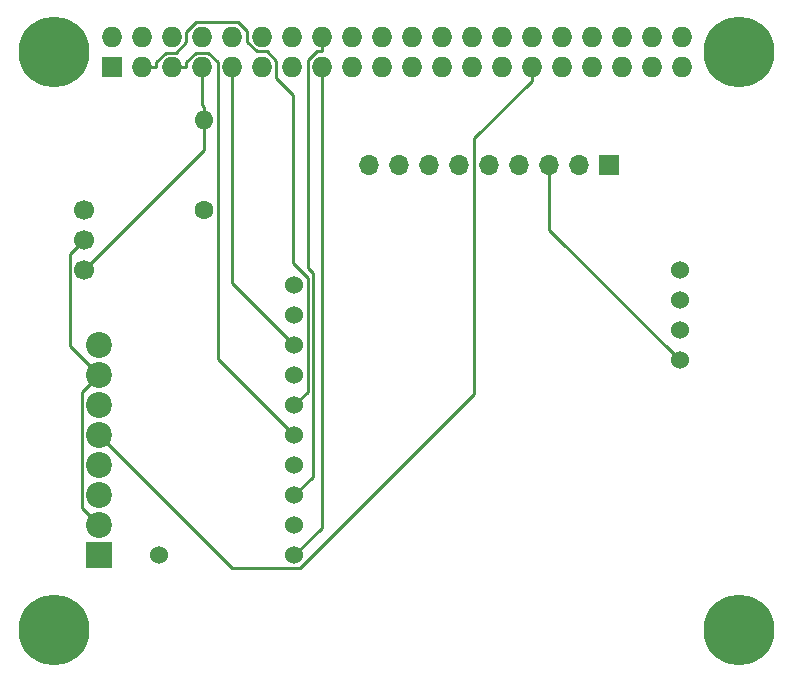
<source format=gbr>
%TF.GenerationSoftware,KiCad,Pcbnew,5.1.8-db9833491~88~ubuntu20.04.1*%
%TF.CreationDate,2020-12-14T14:43:52+01:00*%
%TF.ProjectId,carGpsHat,63617247-7073-4486-9174-2e6b69636164,rev?*%
%TF.SameCoordinates,Original*%
%TF.FileFunction,Copper,L2,Bot*%
%TF.FilePolarity,Positive*%
%FSLAX46Y46*%
G04 Gerber Fmt 4.6, Leading zero omitted, Abs format (unit mm)*
G04 Created by KiCad (PCBNEW 5.1.8-db9833491~88~ubuntu20.04.1) date 2020-12-14 14:43:52*
%MOMM*%
%LPD*%
G01*
G04 APERTURE LIST*
%TA.AperFunction,ComponentPad*%
%ADD10C,1.524000*%
%TD*%
%TA.AperFunction,ComponentPad*%
%ADD11C,2.200000*%
%TD*%
%TA.AperFunction,ComponentPad*%
%ADD12R,2.200000X2.200000*%
%TD*%
%TA.AperFunction,ComponentPad*%
%ADD13O,1.700000X1.700000*%
%TD*%
%TA.AperFunction,ComponentPad*%
%ADD14R,1.700000X1.700000*%
%TD*%
%TA.AperFunction,ComponentPad*%
%ADD15R,1.727200X1.727200*%
%TD*%
%TA.AperFunction,ComponentPad*%
%ADD16O,1.727200X1.727200*%
%TD*%
%TA.AperFunction,ComponentPad*%
%ADD17C,6.000000*%
%TD*%
%TA.AperFunction,ComponentPad*%
%ADD18C,1.700000*%
%TD*%
%TA.AperFunction,ComponentPad*%
%ADD19C,1.600000*%
%TD*%
%TA.AperFunction,ComponentPad*%
%ADD20O,1.600000X1.600000*%
%TD*%
%TA.AperFunction,Conductor*%
%ADD21C,0.250000*%
%TD*%
G04 APERTURE END LIST*
D10*
%TO.P,Si470x1,11*%
%TO.N,Net-(P3-Pad1)*%
X123190000Y-113030000D03*
%TO.P,Si470x1,10*%
%TO.N,Net-(P2-Pad15)*%
X134620000Y-113030000D03*
%TO.P,Si470x1,9*%
%TO.N,Net-(Si470x1-Pad9)*%
X134620000Y-110490000D03*
%TO.P,Si470x1,8*%
%TO.N,Net-(P2-Pad16)*%
X134620000Y-107950000D03*
%TO.P,Si470x1,7*%
%TO.N,Net-(Si470x1-Pad7)*%
X134620000Y-105410000D03*
%TO.P,Si470x1,6*%
%TO.N,Net-(P2-Pad5)*%
X134620000Y-102870000D03*
%TO.P,Si470x1,5*%
%TO.N,Net-(P2-Pad3)*%
X134620000Y-100330000D03*
%TO.P,Si470x1,4*%
%TO.N,Net-(P1-Pad3)*%
X134620000Y-97790000D03*
%TO.P,Si470x1,3*%
%TO.N,GND*%
X134620000Y-95250000D03*
%TO.P,Si470x1,2*%
%TO.N,Net-(P3-Pad4)*%
X134620000Y-92710000D03*
%TO.P,Si470x1,1*%
%TO.N,Net-(P3-Pad3)*%
X134620000Y-90170000D03*
%TD*%
D11*
%TO.P,P3,8*%
%TO.N,Net-(P1-Pad3)*%
X118110000Y-95250000D03*
%TO.P,P3,7*%
%TO.N,GND*%
X118110000Y-97790000D03*
%TO.P,P3,6*%
%TO.N,+5V*%
X118110000Y-100330000D03*
%TO.P,P3,5*%
%TO.N,Net-(P2-Pad29)*%
X118110000Y-102870000D03*
%TO.P,P3,4*%
%TO.N,Net-(P3-Pad4)*%
X118110000Y-105410000D03*
%TO.P,P3,3*%
%TO.N,Net-(P3-Pad3)*%
X118110000Y-107950000D03*
%TO.P,P3,2*%
%TO.N,GND*%
X118110000Y-110490000D03*
D12*
%TO.P,P3,1*%
%TO.N,Net-(P3-Pad1)*%
X118110000Y-113030000D03*
%TD*%
D13*
%TO.P,U1,7*%
%TO.N,Net-(U1-Pad7)*%
X146050000Y-80010000D03*
%TO.P,U1,6*%
%TO.N,Net-(U1-Pad6)*%
X148590000Y-80010000D03*
%TO.P,U1,8*%
%TO.N,Net-(U1-Pad8)*%
X143510000Y-80010000D03*
%TO.P,U1,5*%
%TO.N,Net-(P2-Pad8)*%
X151130000Y-80010000D03*
%TO.P,U1,4*%
%TO.N,Net-(P2-Pad10)*%
X153670000Y-80010000D03*
%TO.P,U1,3*%
%TO.N,GND*%
X156210000Y-80010000D03*
%TO.P,U1,2*%
%TO.N,+5V*%
X158750000Y-80010000D03*
D14*
%TO.P,U1,1*%
%TO.N,Net-(U1-Pad1)*%
X161290000Y-80010000D03*
D13*
%TO.P,U1,9*%
%TO.N,Net-(U1-Pad9)*%
X140970000Y-80010000D03*
%TD*%
D15*
%TO.P,P2,1*%
%TO.N,Net-(P1-Pad3)*%
X119170000Y-71650000D03*
D16*
%TO.P,P2,2*%
%TO.N,+5V*%
X119170000Y-69110000D03*
%TO.P,P2,3*%
%TO.N,Net-(P2-Pad3)*%
X121710000Y-71650000D03*
%TO.P,P2,4*%
%TO.N,Net-(P2-Pad4)*%
X121710000Y-69110000D03*
%TO.P,P2,5*%
%TO.N,Net-(P2-Pad5)*%
X124250000Y-71650000D03*
%TO.P,P2,6*%
%TO.N,Net-(P2-Pad6)*%
X124250000Y-69110000D03*
%TO.P,P2,7*%
%TO.N,Net-(P1-Pad1)*%
X126790000Y-71650000D03*
%TO.P,P2,8*%
%TO.N,Net-(P2-Pad8)*%
X126790000Y-69110000D03*
%TO.P,P2,9*%
%TO.N,GND*%
X129330000Y-71650000D03*
%TO.P,P2,10*%
%TO.N,Net-(P2-Pad10)*%
X129330000Y-69110000D03*
%TO.P,P2,11*%
%TO.N,Net-(P2-Pad11)*%
X131870000Y-71650000D03*
%TO.P,P2,12*%
%TO.N,Net-(P2-Pad12)*%
X131870000Y-69110000D03*
%TO.P,P2,13*%
%TO.N,Net-(P2-Pad13)*%
X134410000Y-71650000D03*
%TO.P,P2,14*%
%TO.N,Net-(P2-Pad14)*%
X134410000Y-69110000D03*
%TO.P,P2,15*%
%TO.N,Net-(P2-Pad15)*%
X136950000Y-71650000D03*
%TO.P,P2,16*%
%TO.N,Net-(P2-Pad16)*%
X136950000Y-69110000D03*
%TO.P,P2,17*%
%TO.N,Net-(P2-Pad17)*%
X139490000Y-71650000D03*
%TO.P,P2,18*%
%TO.N,Net-(P2-Pad18)*%
X139490000Y-69110000D03*
%TO.P,P2,19*%
%TO.N,Net-(P2-Pad19)*%
X142030000Y-71650000D03*
%TO.P,P2,20*%
%TO.N,Net-(P2-Pad20)*%
X142030000Y-69110000D03*
%TO.P,P2,21*%
%TO.N,Net-(P2-Pad21)*%
X144570000Y-71650000D03*
%TO.P,P2,22*%
%TO.N,Net-(P2-Pad22)*%
X144570000Y-69110000D03*
%TO.P,P2,23*%
%TO.N,Net-(P2-Pad23)*%
X147110000Y-71650000D03*
%TO.P,P2,24*%
%TO.N,Net-(P2-Pad24)*%
X147110000Y-69110000D03*
%TO.P,P2,25*%
%TO.N,Net-(P2-Pad25)*%
X149650000Y-71650000D03*
%TO.P,P2,26*%
%TO.N,Net-(P2-Pad26)*%
X149650000Y-69110000D03*
%TO.P,P2,27*%
%TO.N,Net-(P2-Pad27)*%
X152190000Y-71650000D03*
%TO.P,P2,28*%
%TO.N,Net-(P2-Pad28)*%
X152190000Y-69110000D03*
%TO.P,P2,29*%
%TO.N,Net-(P2-Pad29)*%
X154730000Y-71650000D03*
%TO.P,P2,30*%
%TO.N,Net-(P2-Pad30)*%
X154730000Y-69110000D03*
%TO.P,P2,31*%
%TO.N,Net-(P2-Pad31)*%
X157270000Y-71650000D03*
%TO.P,P2,32*%
%TO.N,Net-(P2-Pad32)*%
X157270000Y-69110000D03*
%TO.P,P2,33*%
%TO.N,Net-(P2-Pad33)*%
X159810000Y-71650000D03*
%TO.P,P2,34*%
%TO.N,Net-(P2-Pad34)*%
X159810000Y-69110000D03*
%TO.P,P2,35*%
%TO.N,Net-(P2-Pad35)*%
X162350000Y-71650000D03*
%TO.P,P2,36*%
%TO.N,Net-(P2-Pad36)*%
X162350000Y-69110000D03*
%TO.P,P2,37*%
%TO.N,Net-(P2-Pad37)*%
X164890000Y-71650000D03*
%TO.P,P2,38*%
%TO.N,Net-(P2-Pad38)*%
X164890000Y-69110000D03*
%TO.P,P2,39*%
%TO.N,Net-(P2-Pad39)*%
X167430000Y-71650000D03*
%TO.P,P2,40*%
%TO.N,Net-(P2-Pad40)*%
X167430000Y-69110000D03*
D17*
%TO.P,P2,*%
%TO.N,*%
X114300000Y-70380000D03*
X172300000Y-70380000D03*
X114300000Y-119380000D03*
X172300000Y-119380000D03*
%TD*%
D18*
%TO.P,P1,1*%
%TO.N,Net-(P1-Pad1)*%
X116840000Y-88900000D03*
%TO.P,P1,2*%
%TO.N,GND*%
X116840000Y-86360000D03*
%TO.P,P1,3*%
%TO.N,Net-(P1-Pad3)*%
X116840000Y-83820000D03*
%TD*%
D19*
%TO.P,R1,1*%
%TO.N,Net-(P1-Pad3)*%
X127000000Y-83820000D03*
D20*
%TO.P,R1,2*%
%TO.N,Net-(P1-Pad1)*%
X127000000Y-76200000D03*
%TD*%
D10*
%TO.P,U2,1*%
%TO.N,Net-(P1-Pad3)*%
X167240000Y-88900000D03*
%TO.P,U2,2*%
%TO.N,Net-(P2-Pad3)*%
X167240000Y-91440000D03*
%TO.P,U2,3*%
%TO.N,Net-(P2-Pad5)*%
X167240000Y-93980000D03*
%TO.P,U2,4*%
%TO.N,GND*%
X167240000Y-96520000D03*
%TD*%
D21*
%TO.N,GND*%
X118110000Y-110490000D02*
X116683500Y-109063500D01*
X116683500Y-109063500D02*
X116683500Y-99216500D01*
X116683500Y-99216500D02*
X118110000Y-97790000D01*
X116840000Y-86360000D02*
X115642400Y-87557600D01*
X115642400Y-87557600D02*
X115642400Y-95322400D01*
X115642400Y-95322400D02*
X118110000Y-97790000D01*
X167240000Y-96520000D02*
X156210000Y-85490000D01*
X156210000Y-85490000D02*
X156210000Y-80010000D01*
X129330000Y-71650000D02*
X129330000Y-72838900D01*
X134620000Y-95250000D02*
X129330000Y-89960000D01*
X129330000Y-89960000D02*
X129330000Y-72838900D01*
%TO.N,Net-(P1-Pad1)*%
X127000000Y-76200000D02*
X127000000Y-75074700D01*
X127000000Y-75074700D02*
X126790000Y-74864700D01*
X126790000Y-74864700D02*
X126790000Y-71650000D01*
X127000000Y-76200000D02*
X127000000Y-78740000D01*
X127000000Y-78740000D02*
X116840000Y-88900000D01*
%TO.N,Net-(P2-Pad29)*%
X154730000Y-71650000D02*
X154730000Y-72838900D01*
X154730000Y-72838900D02*
X149860000Y-77708900D01*
X149860000Y-77708900D02*
X149860000Y-99363600D01*
X149860000Y-99363600D02*
X135085000Y-114138600D01*
X135085000Y-114138600D02*
X129378600Y-114138600D01*
X129378600Y-114138600D02*
X118110000Y-102870000D01*
%TO.N,Net-(P2-Pad3)*%
X134620000Y-100330000D02*
X135761100Y-99188900D01*
X135761100Y-99188900D02*
X135761100Y-89533000D01*
X135761100Y-89533000D02*
X134522300Y-88294200D01*
X134522300Y-88294200D02*
X134522300Y-74084400D01*
X134522300Y-74084400D02*
X133059000Y-72621100D01*
X133059000Y-72621100D02*
X133059000Y-71135700D01*
X133059000Y-71135700D02*
X132270600Y-70347300D01*
X132270600Y-70347300D02*
X131420500Y-70347300D01*
X131420500Y-70347300D02*
X130600000Y-69526800D01*
X130600000Y-69526800D02*
X130600000Y-68623500D01*
X130600000Y-68623500D02*
X129868100Y-67891600D01*
X129868100Y-67891600D02*
X126318300Y-67891600D01*
X126318300Y-67891600D02*
X125487300Y-68722600D01*
X125487300Y-68722600D02*
X125487300Y-69559500D01*
X125487300Y-69559500D02*
X124585700Y-70461100D01*
X124585700Y-70461100D02*
X123716200Y-70461100D01*
X123716200Y-70461100D02*
X122898900Y-71278400D01*
X122898900Y-71278400D02*
X122898900Y-71650000D01*
X121710000Y-71650000D02*
X122898900Y-71650000D01*
%TO.N,Net-(P2-Pad5)*%
X124250000Y-71650000D02*
X125438900Y-71650000D01*
X134620000Y-102870000D02*
X128141000Y-96391000D01*
X128141000Y-96391000D02*
X128141000Y-71263100D01*
X128141000Y-71263100D02*
X127339000Y-70461100D01*
X127339000Y-70461100D02*
X126256200Y-70461100D01*
X126256200Y-70461100D02*
X125438900Y-71278400D01*
X125438900Y-71278400D02*
X125438900Y-71650000D01*
%TO.N,Net-(P2-Pad15)*%
X136950000Y-71650000D02*
X136950000Y-72838900D01*
X136950000Y-72838900D02*
X136950000Y-110700000D01*
X136950000Y-110700000D02*
X134620000Y-113030000D01*
%TO.N,Net-(P2-Pad16)*%
X134620000Y-107950000D02*
X136211400Y-106358600D01*
X136211400Y-106358600D02*
X136211400Y-89121100D01*
X136211400Y-89121100D02*
X135761100Y-88670800D01*
X135761100Y-88670800D02*
X135761100Y-71116200D01*
X135761100Y-71116200D02*
X136578400Y-70298900D01*
X136578400Y-70298900D02*
X136950000Y-70298900D01*
X136950000Y-69110000D02*
X136950000Y-70298900D01*
%TD*%
M02*

</source>
